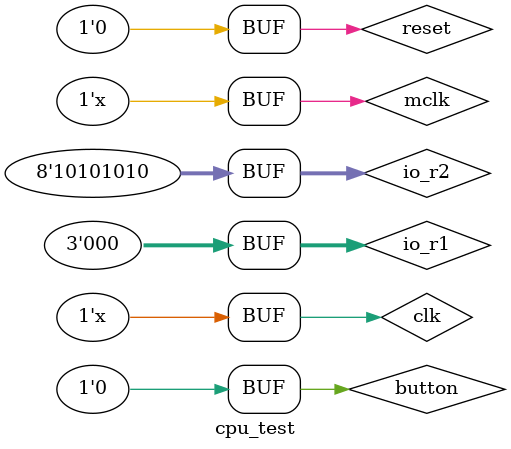
<source format=v>
`timescale 1ns / 1ps


module cpu_test();
    reg clk;
    reg mclk;
    reg reset;
    reg button;
    reg [2:0] io_r1;
    reg [7:0] io_r2;
    wire io_w_led;
    wire [7:0] seg_en,seg_out;
    wire [15:0] out1;
    wire [7:0] out2,out3;
    wire [7:0] state;
    wire [31:0] addr,inst;
    pipelinedcpu cpu0(clk,mclk,reset,button,io_r1,io_r2,io_w_led,seg_en,seg_out,state,out1,out2,out3, addr, inst);
    always #10 clk=~clk;
    always #2 mclk=~mclk;
    initial begin
        clk=0;
        mclk=0;
        reset=0;
        button=0;
        io_r1=3'b000;
        io_r2=8'b1101_0101;
        #1 reset=1;
        #1 reset=0;
        #28 button=~button;
        #1 button=~button;
        #29 button=~button;
        #1 button=~button;
        #29 button=~button;
        #1 button=~button;
        #1 io_r2=8'b1010_1010;
        #28 button=~button;
        #1 button=~button;
        #799 button=~button;
        #1 button=~button;
        #29 button=~button;
        #1 button=~button;
        #29 button=~button;
        #1 button=~button;
        #29 button=~button;
        #1 button=~button;
    end
endmodule

</source>
